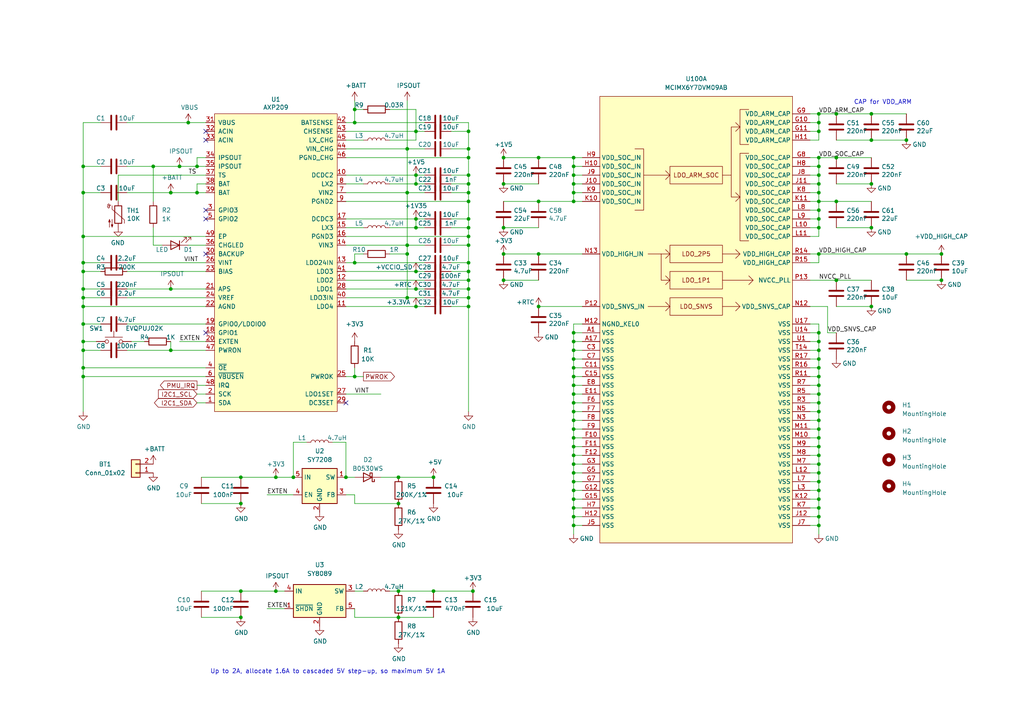
<source format=kicad_sch>
(kicad_sch (version 20210621) (generator eeschema)
  (paper "A4")
  (title_block (title "NekoInk Mainboard") (date "2021-09-28") (rev "R0.2") (company "Copyright 2021 Wenting Zhang") (comment 2 "MERCHANTABILITY, SATISFACTORY QUALITY AND FITNESS FOR A PARTICULAR PURPOSE.") (comment 3 "This source is distributed WITHOUT ANY EXPRESS OR IMPLIED WARRANTY, INCLUDING OF") (comment 4 "This source describes Open Hardware and is licensed under the CERN-OHL-P v2."))
  (junction (at 24.13 48.26) (diameter 0.9144))
  (junction (at 24.13 55.88) (diameter 0.9144))
  (junction (at 24.13 68.58) (diameter 0.9144))
  (junction (at 24.13 76.2) (diameter 0.9144))
  (junction (at 24.13 78.74) (diameter 0.9144))
  (junction (at 24.13 83.82) (diameter 0.9144))
  (junction (at 24.13 86.36) (diameter 0.9144))
  (junction (at 24.13 88.9) (diameter 0.9144))
  (junction (at 24.13 93.98) (diameter 0.9144))
  (junction (at 24.13 99.06))
  (junction (at 24.13 101.6) (diameter 0.9144))
  (junction (at 24.13 106.68) (diameter 0.9144))
  (junction (at 24.13 109.22))
  (junction (at 44.45 48.26))
  (junction (at 49.53 55.88) (diameter 0.9144))
  (junction (at 49.53 83.82) (diameter 0.9144))
  (junction (at 49.53 101.6))
  (junction (at 52.07 48.26) (diameter 0.9144))
  (junction (at 54.61 35.56) (diameter 0.9144))
  (junction (at 57.15 48.26) (diameter 0.9144))
  (junction (at 57.15 55.88) (diameter 0.9144))
  (junction (at 69.85 138.43) (diameter 0.9144))
  (junction (at 69.85 146.05) (diameter 0.9144))
  (junction (at 69.85 171.45) (diameter 0.9144))
  (junction (at 69.85 179.07) (diameter 0.9144))
  (junction (at 80.01 138.43))
  (junction (at 80.01 171.45) (diameter 0.9144))
  (junction (at 85.09 138.43) (diameter 0.9144))
  (junction (at 100.33 138.43) (diameter 0.9144))
  (junction (at 102.87 31.75) (diameter 0.9144))
  (junction (at 102.87 35.56) (diameter 0.9144))
  (junction (at 102.87 76.2) (diameter 0.9144))
  (junction (at 102.87 109.22))
  (junction (at 115.57 138.43) (diameter 0.9144))
  (junction (at 115.57 146.05) (diameter 0.9144))
  (junction (at 115.57 171.45) (diameter 0.9144))
  (junction (at 115.57 179.07) (diameter 0.9144))
  (junction (at 118.11 43.18) (diameter 0.9144))
  (junction (at 118.11 55.88) (diameter 0.9144))
  (junction (at 118.11 71.12) (diameter 0.9144))
  (junction (at 118.11 73.66) (diameter 0.9144))
  (junction (at 118.11 86.36) (diameter 0.9144))
  (junction (at 120.65 38.1) (diameter 0.9144))
  (junction (at 120.65 50.8) (diameter 0.9144))
  (junction (at 120.65 53.34) (diameter 0.9144))
  (junction (at 120.65 63.5) (diameter 0.9144))
  (junction (at 120.65 66.04) (diameter 0.9144))
  (junction (at 120.65 78.74))
  (junction (at 120.65 83.82) (diameter 0.9144))
  (junction (at 120.65 88.9) (diameter 0.9144))
  (junction (at 125.73 138.43) (diameter 0.9144))
  (junction (at 125.73 171.45))
  (junction (at 135.89 38.1) (diameter 0.9144))
  (junction (at 135.89 43.18) (diameter 0.9144))
  (junction (at 135.89 45.72) (diameter 0.9144))
  (junction (at 135.89 50.8) (diameter 0.9144))
  (junction (at 135.89 53.34) (diameter 0.9144))
  (junction (at 135.89 55.88) (diameter 0.9144))
  (junction (at 135.89 58.42) (diameter 0.9144))
  (junction (at 135.89 63.5) (diameter 0.9144))
  (junction (at 135.89 66.04) (diameter 0.9144))
  (junction (at 135.89 68.58) (diameter 0.9144))
  (junction (at 135.89 71.12) (diameter 0.9144))
  (junction (at 135.89 76.2) (diameter 0.9144))
  (junction (at 135.89 78.74) (diameter 0.9144))
  (junction (at 135.89 81.28) (diameter 0.9144))
  (junction (at 135.89 83.82) (diameter 0.9144))
  (junction (at 135.89 86.36) (diameter 0.9144))
  (junction (at 135.89 88.9) (diameter 0.9144))
  (junction (at 137.16 171.45))
  (junction (at 146.05 45.72) (diameter 0.9144))
  (junction (at 146.05 53.34))
  (junction (at 146.05 66.04) (diameter 0.9144))
  (junction (at 146.05 73.66) (diameter 0.9144))
  (junction (at 146.05 81.28) (diameter 0.9144))
  (junction (at 156.21 45.72) (diameter 0.9144))
  (junction (at 156.21 58.42))
  (junction (at 156.21 73.66) (diameter 0.9144))
  (junction (at 156.21 88.9) (diameter 0.9144))
  (junction (at 166.37 45.72) (diameter 0.9144))
  (junction (at 166.37 48.26) (diameter 0.9144))
  (junction (at 166.37 50.8) (diameter 0.9144))
  (junction (at 166.37 53.34) (diameter 0.9144))
  (junction (at 166.37 55.88) (diameter 0.9144))
  (junction (at 166.37 58.42))
  (junction (at 166.37 96.52) (diameter 0.9144))
  (junction (at 166.37 99.06) (diameter 0.9144))
  (junction (at 166.37 101.6) (diameter 0.9144))
  (junction (at 166.37 104.14) (diameter 0.9144))
  (junction (at 166.37 106.68) (diameter 0.9144))
  (junction (at 166.37 109.22) (diameter 0.9144))
  (junction (at 166.37 111.76) (diameter 0.9144))
  (junction (at 166.37 114.3) (diameter 0.9144))
  (junction (at 166.37 116.84) (diameter 0.9144))
  (junction (at 166.37 119.38) (diameter 0.9144))
  (junction (at 166.37 121.92) (diameter 0.9144))
  (junction (at 166.37 124.46) (diameter 0.9144))
  (junction (at 166.37 127) (diameter 0.9144))
  (junction (at 166.37 129.54) (diameter 0.9144))
  (junction (at 166.37 132.08) (diameter 0.9144))
  (junction (at 166.37 134.62) (diameter 0.9144))
  (junction (at 166.37 137.16) (diameter 0.9144))
  (junction (at 166.37 139.7) (diameter 0.9144))
  (junction (at 166.37 142.24) (diameter 0.9144))
  (junction (at 166.37 144.78) (diameter 0.9144))
  (junction (at 166.37 147.32) (diameter 0.9144))
  (junction (at 166.37 149.86) (diameter 0.9144))
  (junction (at 166.37 152.4) (diameter 0.9144))
  (junction (at 237.49 33.02) (diameter 0.9144))
  (junction (at 237.49 35.56) (diameter 0.9144))
  (junction (at 237.49 38.1) (diameter 0.9144))
  (junction (at 237.49 45.72) (diameter 0.9144))
  (junction (at 237.49 48.26) (diameter 0.9144))
  (junction (at 237.49 50.8) (diameter 0.9144))
  (junction (at 237.49 53.34) (diameter 0.9144))
  (junction (at 237.49 55.88) (diameter 0.9144))
  (junction (at 237.49 58.42) (diameter 0.9144))
  (junction (at 237.49 60.96) (diameter 0.9144))
  (junction (at 237.49 63.5) (diameter 0.9144))
  (junction (at 237.49 66.04) (diameter 0.9144))
  (junction (at 237.49 73.66) (diameter 0.9144))
  (junction (at 237.49 96.52) (diameter 0.9144))
  (junction (at 237.49 99.06) (diameter 0.9144))
  (junction (at 237.49 101.6) (diameter 0.9144))
  (junction (at 237.49 104.14) (diameter 0.9144))
  (junction (at 237.49 106.68) (diameter 0.9144))
  (junction (at 237.49 109.22) (diameter 0.9144))
  (junction (at 237.49 111.76) (diameter 0.9144))
  (junction (at 237.49 114.3) (diameter 0.9144))
  (junction (at 237.49 116.84) (diameter 0.9144))
  (junction (at 237.49 119.38) (diameter 0.9144))
  (junction (at 237.49 121.92) (diameter 0.9144))
  (junction (at 237.49 124.46) (diameter 0.9144))
  (junction (at 237.49 127) (diameter 0.9144))
  (junction (at 237.49 129.54) (diameter 0.9144))
  (junction (at 237.49 132.08) (diameter 0.9144))
  (junction (at 237.49 134.62) (diameter 0.9144))
  (junction (at 237.49 137.16) (diameter 0.9144))
  (junction (at 237.49 139.7) (diameter 0.9144))
  (junction (at 237.49 142.24) (diameter 0.9144))
  (junction (at 237.49 144.78) (diameter 0.9144))
  (junction (at 237.49 147.32) (diameter 0.9144))
  (junction (at 237.49 149.86) (diameter 0.9144))
  (junction (at 237.49 152.4) (diameter 0.9144))
  (junction (at 242.57 33.02) (diameter 0.9144))
  (junction (at 242.57 45.72) (diameter 0.9144))
  (junction (at 242.57 58.42))
  (junction (at 242.57 81.28))
  (junction (at 252.73 33.02) (diameter 0.9144))
  (junction (at 252.73 40.64) (diameter 0.9144))
  (junction (at 252.73 53.34) (diameter 0.9144))
  (junction (at 252.73 66.04) (diameter 0.9144))
  (junction (at 252.73 88.9) (diameter 0.9144))
  (junction (at 262.89 40.64) (diameter 0.9144))
  (junction (at 262.89 73.66) (diameter 0.9144))
  (junction (at 273.05 73.66) (diameter 0.9144))
  (junction (at 273.05 81.28) (diameter 0.9144))
  (no_connect (at 59.69 38.1))
  (no_connect (at 59.69 40.64))
  (no_connect (at 59.69 60.96))
  (no_connect (at 59.69 63.5))
  (no_connect (at 59.69 73.66))
  (no_connect (at 59.69 96.52))
  (no_connect (at 100.33 116.84))
  (wire (pts (xy 24.13 35.56) (xy 24.13 48.26)))
  (wire (pts (xy 24.13 48.26) (xy 24.13 55.88)))
  (wire (pts (xy 24.13 55.88) (xy 24.13 68.58)))
  (wire (pts (xy 24.13 68.58) (xy 24.13 76.2)))
  (wire (pts (xy 24.13 76.2) (xy 24.13 78.74)))
  (wire (pts (xy 24.13 78.74) (xy 24.13 83.82)))
  (wire (pts (xy 24.13 83.82) (xy 24.13 86.36)))
  (wire (pts (xy 24.13 86.36) (xy 24.13 88.9)))
  (wire (pts (xy 24.13 88.9) (xy 24.13 93.98)))
  (wire (pts (xy 24.13 88.9) (xy 59.69 88.9)))
  (wire (pts (xy 24.13 93.98) (xy 24.13 99.06)))
  (wire (pts (xy 24.13 99.06) (xy 24.13 101.6)))
  (wire (pts (xy 24.13 99.06) (xy 27.94 99.06)))
  (wire (pts (xy 24.13 101.6) (xy 24.13 106.68)))
  (wire (pts (xy 24.13 106.68) (xy 24.13 109.22)))
  (wire (pts (xy 24.13 109.22) (xy 24.13 119.38)))
  (wire (pts (xy 24.13 109.22) (xy 59.69 109.22)))
  (wire (pts (xy 29.21 35.56) (xy 24.13 35.56)))
  (wire (pts (xy 29.21 48.26) (xy 24.13 48.26)))
  (wire (pts (xy 29.21 55.88) (xy 24.13 55.88)))
  (wire (pts (xy 29.21 76.2) (xy 24.13 76.2)))
  (wire (pts (xy 29.21 78.74) (xy 24.13 78.74)))
  (wire (pts (xy 29.21 83.82) (xy 24.13 83.82)))
  (wire (pts (xy 29.21 86.36) (xy 24.13 86.36)))
  (wire (pts (xy 29.21 93.98) (xy 24.13 93.98)))
  (wire (pts (xy 29.21 101.6) (xy 24.13 101.6)))
  (wire (pts (xy 34.29 50.8) (xy 34.29 58.42)))
  (wire (pts (xy 36.83 35.56) (xy 54.61 35.56)))
  (wire (pts (xy 36.83 48.26) (xy 44.45 48.26)))
  (wire (pts (xy 36.83 76.2) (xy 59.69 76.2)))
  (wire (pts (xy 36.83 83.82) (xy 49.53 83.82)))
  (wire (pts (xy 36.83 86.36) (xy 59.69 86.36)))
  (wire (pts (xy 36.83 101.6) (xy 49.53 101.6)))
  (wire (pts (xy 38.1 99.06) (xy 41.91 99.06)))
  (wire (pts (xy 44.45 48.26) (xy 44.45 58.42)))
  (wire (pts (xy 44.45 48.26) (xy 52.07 48.26)))
  (wire (pts (xy 44.45 66.04) (xy 44.45 71.12)))
  (wire (pts (xy 44.45 71.12) (xy 46.99 71.12)))
  (wire (pts (xy 49.53 55.88) (xy 36.83 55.88)))
  (wire (pts (xy 49.53 83.82) (xy 59.69 83.82)))
  (wire (pts (xy 49.53 99.06) (xy 49.53 101.6)))
  (wire (pts (xy 49.53 101.6) (xy 59.69 101.6)))
  (wire (pts (xy 52.07 48.26) (xy 57.15 48.26)))
  (wire (pts (xy 52.07 99.06) (xy 59.69 99.06)))
  (wire (pts (xy 54.61 35.56) (xy 59.69 35.56)))
  (wire (pts (xy 54.61 71.12) (xy 59.69 71.12)))
  (wire (pts (xy 57.15 45.72) (xy 57.15 48.26)))
  (wire (pts (xy 57.15 48.26) (xy 59.69 48.26)))
  (wire (pts (xy 57.15 53.34) (xy 57.15 55.88)))
  (wire (pts (xy 57.15 55.88) (xy 49.53 55.88)))
  (wire (pts (xy 58.42 138.43) (xy 69.85 138.43)))
  (wire (pts (xy 58.42 146.05) (xy 69.85 146.05)))
  (wire (pts (xy 58.42 171.45) (xy 69.85 171.45)))
  (wire (pts (xy 58.42 179.07) (xy 69.85 179.07)))
  (wire (pts (xy 59.69 45.72) (xy 57.15 45.72)))
  (wire (pts (xy 59.69 50.8) (xy 34.29 50.8)))
  (wire (pts (xy 59.69 53.34) (xy 57.15 53.34)))
  (wire (pts (xy 59.69 55.88) (xy 57.15 55.88)))
  (wire (pts (xy 59.69 68.58) (xy 24.13 68.58)))
  (wire (pts (xy 59.69 78.74) (xy 36.83 78.74)))
  (wire (pts (xy 59.69 93.98) (xy 36.83 93.98)))
  (wire (pts (xy 59.69 106.68) (xy 24.13 106.68)))
  (wire (pts (xy 59.69 111.76) (xy 57.15 111.76)))
  (wire (pts (xy 59.69 114.3) (xy 57.15 114.3)))
  (wire (pts (xy 59.69 116.84) (xy 57.15 116.84)))
  (wire (pts (xy 69.85 138.43) (xy 80.01 138.43)))
  (wire (pts (xy 69.85 171.45) (xy 80.01 171.45)))
  (wire (pts (xy 77.47 143.51) (xy 85.09 143.51)))
  (wire (pts (xy 77.47 176.53) (xy 82.55 176.53)))
  (wire (pts (xy 80.01 138.43) (xy 85.09 138.43)))
  (wire (pts (xy 80.01 171.45) (xy 82.55 171.45)))
  (wire (pts (xy 85.09 128.27) (xy 85.09 138.43)))
  (wire (pts (xy 88.9 128.27) (xy 85.09 128.27)))
  (wire (pts (xy 96.52 128.27) (xy 100.33 128.27)))
  (wire (pts (xy 100.33 35.56) (xy 102.87 35.56)))
  (wire (pts (xy 100.33 38.1) (xy 120.65 38.1)))
  (wire (pts (xy 100.33 43.18) (xy 118.11 43.18)))
  (wire (pts (xy 100.33 45.72) (xy 135.89 45.72)))
  (wire (pts (xy 100.33 50.8) (xy 120.65 50.8)))
  (wire (pts (xy 100.33 53.34) (xy 105.41 53.34)))
  (wire (pts (xy 100.33 58.42) (xy 135.89 58.42)))
  (wire (pts (xy 100.33 63.5) (xy 120.65 63.5)))
  (wire (pts (xy 100.33 66.04) (xy 105.41 66.04)))
  (wire (pts (xy 100.33 68.58) (xy 135.89 68.58)))
  (wire (pts (xy 100.33 71.12) (xy 118.11 71.12)))
  (wire (pts (xy 100.33 78.74) (xy 120.65 78.74)))
  (wire (pts (xy 100.33 81.28) (xy 123.19 81.28)))
  (wire (pts (xy 100.33 83.82) (xy 120.65 83.82)))
  (wire (pts (xy 100.33 86.36) (xy 118.11 86.36)))
  (wire (pts (xy 100.33 88.9) (xy 120.65 88.9)))
  (wire (pts (xy 100.33 109.22) (xy 102.87 109.22)))
  (wire (pts (xy 100.33 114.3) (xy 110.49 114.3)))
  (wire (pts (xy 100.33 128.27) (xy 100.33 138.43)))
  (wire (pts (xy 100.33 138.43) (xy 102.87 138.43)))
  (wire (pts (xy 100.33 143.51) (xy 102.87 143.51)))
  (wire (pts (xy 102.87 29.21) (xy 102.87 31.75)))
  (wire (pts (xy 102.87 31.75) (xy 102.87 35.56)))
  (wire (pts (xy 102.87 35.56) (xy 123.19 35.56)))
  (wire (pts (xy 102.87 73.66) (xy 102.87 76.2)))
  (wire (pts (xy 102.87 76.2) (xy 100.33 76.2)))
  (wire (pts (xy 102.87 76.2) (xy 123.19 76.2)))
  (wire (pts (xy 102.87 106.68) (xy 102.87 109.22)))
  (wire (pts (xy 102.87 109.22) (xy 105.41 109.22)))
  (wire (pts (xy 102.87 146.05) (xy 102.87 143.51)))
  (wire (pts (xy 102.87 179.07) (xy 102.87 176.53)))
  (wire (pts (xy 105.41 31.75) (xy 102.87 31.75)))
  (wire (pts (xy 105.41 40.64) (xy 100.33 40.64)))
  (wire (pts (xy 105.41 73.66) (xy 102.87 73.66)))
  (wire (pts (xy 105.41 171.45) (xy 102.87 171.45)))
  (wire (pts (xy 110.49 138.43) (xy 115.57 138.43)))
  (wire (pts (xy 113.03 31.75) (xy 120.65 31.75)))
  (wire (pts (xy 113.03 53.34) (xy 120.65 53.34)))
  (wire (pts (xy 113.03 66.04) (xy 120.65 66.04)))
  (wire (pts (xy 113.03 73.66) (xy 118.11 73.66)))
  (wire (pts (xy 115.57 138.43) (xy 125.73 138.43)))
  (wire (pts (xy 115.57 146.05) (xy 102.87 146.05)))
  (wire (pts (xy 115.57 171.45) (xy 113.03 171.45)))
  (wire (pts (xy 115.57 171.45) (xy 125.73 171.45)))
  (wire (pts (xy 115.57 179.07) (xy 102.87 179.07)))
  (wire (pts (xy 115.57 179.07) (xy 125.73 179.07)))
  (wire (pts (xy 118.11 29.21) (xy 118.11 43.18)))
  (wire (pts (xy 118.11 43.18) (xy 118.11 55.88)))
  (wire (pts (xy 118.11 43.18) (xy 123.19 43.18)))
  (wire (pts (xy 118.11 55.88) (xy 100.33 55.88)))
  (wire (pts (xy 118.11 55.88) (xy 118.11 71.12)))
  (wire (pts (xy 118.11 71.12) (xy 123.19 71.12)))
  (wire (pts (xy 118.11 73.66) (xy 118.11 71.12)))
  (wire (pts (xy 118.11 73.66) (xy 118.11 86.36)))
  (wire (pts (xy 118.11 86.36) (xy 123.19 86.36)))
  (wire (pts (xy 120.65 31.75) (xy 120.65 38.1)))
  (wire (pts (xy 120.65 38.1) (xy 123.19 38.1)))
  (wire (pts (xy 120.65 40.64) (xy 113.03 40.64)))
  (wire (pts (xy 120.65 40.64) (xy 120.65 38.1)))
  (wire (pts (xy 120.65 50.8) (xy 123.19 50.8)))
  (wire (pts (xy 120.65 53.34) (xy 120.65 50.8)))
  (wire (pts (xy 120.65 53.34) (xy 123.19 53.34)))
  (wire (pts (xy 120.65 63.5) (xy 123.19 63.5)))
  (wire (pts (xy 120.65 66.04) (xy 120.65 63.5)))
  (wire (pts (xy 120.65 66.04) (xy 123.19 66.04)))
  (wire (pts (xy 120.65 78.74) (xy 123.19 78.74)))
  (wire (pts (xy 120.65 83.82) (xy 123.19 83.82)))
  (wire (pts (xy 120.65 88.9) (xy 123.19 88.9)))
  (wire (pts (xy 123.19 55.88) (xy 118.11 55.88)))
  (wire (pts (xy 125.73 171.45) (xy 137.16 171.45)))
  (wire (pts (xy 130.81 35.56) (xy 135.89 35.56)))
  (wire (pts (xy 130.81 38.1) (xy 135.89 38.1)))
  (wire (pts (xy 130.81 43.18) (xy 135.89 43.18)))
  (wire (pts (xy 130.81 50.8) (xy 135.89 50.8)))
  (wire (pts (xy 130.81 53.34) (xy 135.89 53.34)))
  (wire (pts (xy 130.81 55.88) (xy 135.89 55.88)))
  (wire (pts (xy 130.81 63.5) (xy 135.89 63.5)))
  (wire (pts (xy 130.81 66.04) (xy 135.89 66.04)))
  (wire (pts (xy 130.81 71.12) (xy 135.89 71.12)))
  (wire (pts (xy 130.81 76.2) (xy 135.89 76.2)))
  (wire (pts (xy 130.81 78.74) (xy 135.89 78.74)))
  (wire (pts (xy 130.81 81.28) (xy 135.89 81.28)))
  (wire (pts (xy 130.81 83.82) (xy 135.89 83.82)))
  (wire (pts (xy 130.81 86.36) (xy 135.89 86.36)))
  (wire (pts (xy 130.81 88.9) (xy 135.89 88.9)))
  (wire (pts (xy 135.89 35.56) (xy 135.89 38.1)))
  (wire (pts (xy 135.89 38.1) (xy 135.89 43.18)))
  (wire (pts (xy 135.89 43.18) (xy 135.89 45.72)))
  (wire (pts (xy 135.89 45.72) (xy 135.89 50.8)))
  (wire (pts (xy 135.89 50.8) (xy 135.89 53.34)))
  (wire (pts (xy 135.89 53.34) (xy 135.89 55.88)))
  (wire (pts (xy 135.89 55.88) (xy 135.89 58.42)))
  (wire (pts (xy 135.89 58.42) (xy 135.89 63.5)))
  (wire (pts (xy 135.89 63.5) (xy 135.89 66.04)))
  (wire (pts (xy 135.89 66.04) (xy 135.89 68.58)))
  (wire (pts (xy 135.89 68.58) (xy 135.89 71.12)))
  (wire (pts (xy 135.89 71.12) (xy 135.89 76.2)))
  (wire (pts (xy 135.89 76.2) (xy 135.89 78.74)))
  (wire (pts (xy 135.89 78.74) (xy 135.89 81.28)))
  (wire (pts (xy 135.89 81.28) (xy 135.89 83.82)))
  (wire (pts (xy 135.89 83.82) (xy 135.89 86.36)))
  (wire (pts (xy 135.89 86.36) (xy 135.89 88.9)))
  (wire (pts (xy 135.89 88.9) (xy 135.89 119.38)))
  (wire (pts (xy 146.05 45.72) (xy 156.21 45.72)))
  (wire (pts (xy 146.05 53.34) (xy 156.21 53.34)))
  (wire (pts (xy 146.05 58.42) (xy 156.21 58.42)))
  (wire (pts (xy 146.05 73.66) (xy 156.21 73.66)))
  (wire (pts (xy 146.05 81.28) (xy 156.21 81.28)))
  (wire (pts (xy 156.21 45.72) (xy 166.37 45.72)))
  (wire (pts (xy 156.21 58.42) (xy 166.37 58.42)))
  (wire (pts (xy 156.21 66.04) (xy 146.05 66.04)))
  (wire (pts (xy 156.21 73.66) (xy 168.91 73.66)))
  (wire (pts (xy 156.21 88.9) (xy 168.91 88.9)))
  (wire (pts (xy 166.37 45.72) (xy 166.37 48.26)))
  (wire (pts (xy 166.37 45.72) (xy 168.91 45.72)))
  (wire (pts (xy 166.37 48.26) (xy 166.37 50.8)))
  (wire (pts (xy 166.37 48.26) (xy 168.91 48.26)))
  (wire (pts (xy 166.37 50.8) (xy 166.37 53.34)))
  (wire (pts (xy 166.37 50.8) (xy 168.91 50.8)))
  (wire (pts (xy 166.37 53.34) (xy 166.37 55.88)))
  (wire (pts (xy 166.37 53.34) (xy 168.91 53.34)))
  (wire (pts (xy 166.37 55.88) (xy 166.37 58.42)))
  (wire (pts (xy 166.37 55.88) (xy 168.91 55.88)))
  (wire (pts (xy 166.37 93.98) (xy 166.37 96.52)))
  (wire (pts (xy 166.37 96.52) (xy 166.37 99.06)))
  (wire (pts (xy 166.37 96.52) (xy 168.91 96.52)))
  (wire (pts (xy 166.37 99.06) (xy 166.37 101.6)))
  (wire (pts (xy 166.37 99.06) (xy 168.91 99.06)))
  (wire (pts (xy 166.37 101.6) (xy 166.37 104.14)))
  (wire (pts (xy 166.37 101.6) (xy 168.91 101.6)))
  (wire (pts (xy 166.37 104.14) (xy 166.37 106.68)))
  (wire (pts (xy 166.37 104.14) (xy 168.91 104.14)))
  (wire (pts (xy 166.37 106.68) (xy 166.37 109.22)))
  (wire (pts (xy 166.37 106.68) (xy 168.91 106.68)))
  (wire (pts (xy 166.37 109.22) (xy 166.37 111.76)))
  (wire (pts (xy 166.37 109.22) (xy 168.91 109.22)))
  (wire (pts (xy 166.37 111.76) (xy 166.37 114.3)))
  (wire (pts (xy 166.37 111.76) (xy 168.91 111.76)))
  (wire (pts (xy 166.37 114.3) (xy 166.37 116.84)))
  (wire (pts (xy 166.37 114.3) (xy 168.91 114.3)))
  (wire (pts (xy 166.37 116.84) (xy 166.37 119.38)))
  (wire (pts (xy 166.37 116.84) (xy 168.91 116.84)))
  (wire (pts (xy 166.37 119.38) (xy 166.37 121.92)))
  (wire (pts (xy 166.37 119.38) (xy 168.91 119.38)))
  (wire (pts (xy 166.37 121.92) (xy 166.37 124.46)))
  (wire (pts (xy 166.37 121.92) (xy 168.91 121.92)))
  (wire (pts (xy 166.37 124.46) (xy 166.37 127)))
  (wire (pts (xy 166.37 124.46) (xy 168.91 124.46)))
  (wire (pts (xy 166.37 127) (xy 166.37 129.54)))
  (wire (pts (xy 166.37 127) (xy 168.91 127)))
  (wire (pts (xy 166.37 129.54) (xy 166.37 132.08)))
  (wire (pts (xy 166.37 129.54) (xy 168.91 129.54)))
  (wire (pts (xy 166.37 132.08) (xy 166.37 134.62)))
  (wire (pts (xy 166.37 132.08) (xy 168.91 132.08)))
  (wire (pts (xy 166.37 134.62) (xy 166.37 137.16)))
  (wire (pts (xy 166.37 134.62) (xy 168.91 134.62)))
  (wire (pts (xy 166.37 137.16) (xy 166.37 139.7)))
  (wire (pts (xy 166.37 137.16) (xy 168.91 137.16)))
  (wire (pts (xy 166.37 139.7) (xy 166.37 142.24)))
  (wire (pts (xy 166.37 139.7) (xy 168.91 139.7)))
  (wire (pts (xy 166.37 142.24) (xy 166.37 144.78)))
  (wire (pts (xy 166.37 142.24) (xy 168.91 142.24)))
  (wire (pts (xy 166.37 144.78) (xy 166.37 147.32)))
  (wire (pts (xy 166.37 144.78) (xy 168.91 144.78)))
  (wire (pts (xy 166.37 147.32) (xy 166.37 149.86)))
  (wire (pts (xy 166.37 147.32) (xy 168.91 147.32)))
  (wire (pts (xy 166.37 149.86) (xy 166.37 152.4)))
  (wire (pts (xy 166.37 149.86) (xy 168.91 149.86)))
  (wire (pts (xy 166.37 152.4) (xy 166.37 154.94)))
  (wire (pts (xy 166.37 152.4) (xy 168.91 152.4)))
  (wire (pts (xy 168.91 58.42) (xy 166.37 58.42)))
  (wire (pts (xy 168.91 93.98) (xy 166.37 93.98)))
  (wire (pts (xy 234.95 33.02) (xy 237.49 33.02)))
  (wire (pts (xy 234.95 35.56) (xy 237.49 35.56)))
  (wire (pts (xy 234.95 38.1) (xy 237.49 38.1)))
  (wire (pts (xy 234.95 40.64) (xy 237.49 40.64)))
  (wire (pts (xy 234.95 45.72) (xy 237.49 45.72)))
  (wire (pts (xy 234.95 48.26) (xy 237.49 48.26)))
  (wire (pts (xy 234.95 50.8) (xy 237.49 50.8)))
  (wire (pts (xy 234.95 53.34) (xy 237.49 53.34)))
  (wire (pts (xy 234.95 55.88) (xy 237.49 55.88)))
  (wire (pts (xy 234.95 58.42) (xy 237.49 58.42)))
  (wire (pts (xy 234.95 60.96) (xy 237.49 60.96)))
  (wire (pts (xy 234.95 63.5) (xy 237.49 63.5)))
  (wire (pts (xy 234.95 66.04) (xy 237.49 66.04)))
  (wire (pts (xy 234.95 68.58) (xy 237.49 68.58)))
  (wire (pts (xy 234.95 73.66) (xy 237.49 73.66)))
  (wire (pts (xy 234.95 76.2) (xy 237.49 76.2)))
  (wire (pts (xy 234.95 81.28) (xy 242.57 81.28)))
  (wire (pts (xy 234.95 88.9) (xy 240.03 88.9)))
  (wire (pts (xy 234.95 93.98) (xy 237.49 93.98)))
  (wire (pts (xy 234.95 96.52) (xy 237.49 96.52)))
  (wire (pts (xy 234.95 99.06) (xy 237.49 99.06)))
  (wire (pts (xy 234.95 101.6) (xy 237.49 101.6)))
  (wire (pts (xy 234.95 104.14) (xy 237.49 104.14)))
  (wire (pts (xy 234.95 106.68) (xy 237.49 106.68)))
  (wire (pts (xy 234.95 109.22) (xy 237.49 109.22)))
  (wire (pts (xy 234.95 111.76) (xy 237.49 111.76)))
  (wire (pts (xy 234.95 114.3) (xy 237.49 114.3)))
  (wire (pts (xy 234.95 116.84) (xy 237.49 116.84)))
  (wire (pts (xy 234.95 119.38) (xy 237.49 119.38)))
  (wire (pts (xy 234.95 121.92) (xy 237.49 121.92)))
  (wire (pts (xy 234.95 124.46) (xy 237.49 124.46)))
  (wire (pts (xy 234.95 127) (xy 237.49 127)))
  (wire (pts (xy 234.95 129.54) (xy 237.49 129.54)))
  (wire (pts (xy 234.95 132.08) (xy 237.49 132.08)))
  (wire (pts (xy 234.95 134.62) (xy 237.49 134.62)))
  (wire (pts (xy 234.95 137.16) (xy 237.49 137.16)))
  (wire (pts (xy 234.95 139.7) (xy 237.49 139.7)))
  (wire (pts (xy 234.95 142.24) (xy 237.49 142.24)))
  (wire (pts (xy 234.95 144.78) (xy 237.49 144.78)))
  (wire (pts (xy 234.95 147.32) (xy 237.49 147.32)))
  (wire (pts (xy 234.95 149.86) (xy 237.49 149.86)))
  (wire (pts (xy 234.95 152.4) (xy 237.49 152.4)))
  (wire (pts (xy 237.49 33.02) (xy 237.49 35.56)))
  (wire (pts (xy 237.49 33.02) (xy 242.57 33.02)))
  (wire (pts (xy 237.49 35.56) (xy 237.49 38.1)))
  (wire (pts (xy 237.49 38.1) (xy 237.49 40.64)))
  (wire (pts (xy 237.49 45.72) (xy 242.57 45.72)))
  (wire (pts (xy 237.49 48.26) (xy 237.49 45.72)))
  (wire (pts (xy 237.49 50.8) (xy 237.49 48.26)))
  (wire (pts (xy 237.49 53.34) (xy 237.49 50.8)))
  (wire (pts (xy 237.49 55.88) (xy 237.49 53.34)))
  (wire (pts (xy 237.49 58.42) (xy 237.49 55.88)))
  (wire (pts (xy 237.49 58.42) (xy 242.57 58.42)))
  (wire (pts (xy 237.49 60.96) (xy 237.49 58.42)))
  (wire (pts (xy 237.49 63.5) (xy 237.49 60.96)))
  (wire (pts (xy 237.49 66.04) (xy 237.49 63.5)))
  (wire (pts (xy 237.49 68.58) (xy 237.49 66.04)))
  (wire (pts (xy 237.49 73.66) (xy 262.89 73.66)))
  (wire (pts (xy 237.49 76.2) (xy 237.49 73.66)))
  (wire (pts (xy 237.49 93.98) (xy 237.49 96.52)))
  (wire (pts (xy 237.49 96.52) (xy 237.49 99.06)))
  (wire (pts (xy 237.49 99.06) (xy 237.49 101.6)))
  (wire (pts (xy 237.49 101.6) (xy 237.49 104.14)))
  (wire (pts (xy 237.49 104.14) (xy 237.49 106.68)))
  (wire (pts (xy 237.49 106.68) (xy 237.49 109.22)))
  (wire (pts (xy 237.49 109.22) (xy 237.49 111.76)))
  (wire (pts (xy 237.49 111.76) (xy 237.49 114.3)))
  (wire (pts (xy 237.49 114.3) (xy 237.49 116.84)))
  (wire (pts (xy 237.49 116.84) (xy 237.49 119.38)))
  (wire (pts (xy 237.49 119.38) (xy 237.49 121.92)))
  (wire (pts (xy 237.49 121.92) (xy 237.49 124.46)))
  (wire (pts (xy 237.49 124.46) (xy 237.49 127)))
  (wire (pts (xy 237.49 127) (xy 237.49 129.54)))
  (wire (pts (xy 237.49 129.54) (xy 237.49 132.08)))
  (wire (pts (xy 237.49 132.08) (xy 237.49 134.62)))
  (wire (pts (xy 237.49 134.62) (xy 237.49 137.16)))
  (wire (pts (xy 237.49 137.16) (xy 237.49 139.7)))
  (wire (pts (xy 237.49 139.7) (xy 237.49 142.24)))
  (wire (pts (xy 237.49 142.24) (xy 237.49 144.78)))
  (wire (pts (xy 237.49 144.78) (xy 237.49 147.32)))
  (wire (pts (xy 237.49 147.32) (xy 237.49 149.86)))
  (wire (pts (xy 237.49 149.86) (xy 237.49 152.4)))
  (wire (pts (xy 237.49 152.4) (xy 237.49 154.94)))
  (wire (pts (xy 240.03 88.9) (xy 240.03 96.52)))
  (wire (pts (xy 242.57 33.02) (xy 252.73 33.02)))
  (wire (pts (xy 242.57 58.42) (xy 252.73 58.42)))
  (wire (pts (xy 242.57 81.28) (xy 252.73 81.28)))
  (wire (pts (xy 242.57 88.9) (xy 252.73 88.9)))
  (wire (pts (xy 242.57 96.52) (xy 240.03 96.52)))
  (wire (pts (xy 252.73 33.02) (xy 262.89 33.02)))
  (wire (pts (xy 252.73 40.64) (xy 242.57 40.64)))
  (wire (pts (xy 252.73 45.72) (xy 242.57 45.72)))
  (wire (pts (xy 252.73 53.34) (xy 242.57 53.34)))
  (wire (pts (xy 252.73 66.04) (xy 242.57 66.04)))
  (wire (pts (xy 262.89 40.64) (xy 252.73 40.64)))
  (wire (pts (xy 262.89 73.66) (xy 273.05 73.66)))
  (wire (pts (xy 262.89 81.28) (xy 273.05 81.28)))
  (text "Up to 2A, allocate 1.6A to cascaded 5V step-up, so maximum 5V 1A" (at 60.96 195.58 0) (effects (font (size 1.27 1.27)) (justify left bottom)))
  (text "CAP for VDD_ARM" (at 247.65 30.48 0) (effects (font (size 1.27 1.27)) (justify left bottom)))
  (label "EXTEN" (at 52.07 99.06 0))
  (label "VINT" (at 53.34 76.2 0))
  (label "TS" (at 54.61 50.8 0))
  (label "EXTEN" (at 77.47 143.51 0))
  (label "EXTEN" (at 77.47 176.53 0))
  (label "VINT" (at 102.87 114.3 0))
  (label "VDD_ARM_CAP" (at 237.49 33.02 0))
  (label "VDD_SOC_CAP" (at 237.49 45.72 0))
  (label "VDD_HIGH_CAP" (at 237.49 73.66 0))
  (label "NVCC_PLL" (at 237.49 81.28 0))
  (label "VDD_SNVS_CAP" (at 240.03 96.52 0))
  (global_label "PMU_IRQ" (shape output) (at 57.15 111.76 180) (property "Intersheet References" "${INTERSHEET_REFS}" (effects hide)))
  (global_label "I2C1_SCL" (shape input) (at 57.15 114.3 180) (property "Intersheet References" "${INTERSHEET_REFS}" (effects hide)))
  (global_label "I2C1_SDA" (shape bidirectional) (at 57.15 116.84 180) (property "Intersheet References" "${INTERSHEET_REFS}" (effects hide)))
  (global_label "PWROK" (shape output) (at 105.41 109.22 0) (property "Intersheet References" "${INTERSHEET_REFS}" (effects hide)))
  (symbol (lib_id "power:+BATT") (at 44.45 134.62 0) (unit 1)
    (property "Reference" "#PWR01" (effects hide))
    (property "Value" "+BATT" (at 44.831 130.2258 0))
  )
  (symbol (lib_id "power:+BATT") (at 49.53 55.88 0) (unit 1)
    (property "Reference" "#PWR05" (effects hide))
    (property "Value" "+BATT" (at 49.911 51.4858 0))
  )
  (symbol (lib_id "symbols:IPSOUT") (at 49.53 83.82 0) (unit 1)
    (property "Reference" "#PWR06" (effects hide))
    (property "Value" "IPSOUT" (at 49.9618 79.4258 0))
  )
  (symbol (lib_id "symbols:IPSOUT") (at 52.07 48.26 0) (unit 1)
    (property "Reference" "#PWR07" (effects hide))
    (property "Value" "IPSOUT" (at 52.5018 43.8658 0))
  )
  (symbol (lib_id "power:VBUS") (at 54.61 35.56 0) (unit 1)
    (property "Reference" "#PWR08" (effects hide))
    (property "Value" "VBUS" (at 54.991 31.1658 0))
  )
  (symbol (lib_id "power:+3V3") (at 80.01 138.43 0) (unit 1)
    (property "Reference" "#PWR011" (effects hide))
    (property "Value" "+3V3" (at 80.01 134.62 0))
  )
  (symbol (lib_id "symbols:IPSOUT") (at 80.01 171.45 0) (unit 1)
    (property "Reference" "#PWR012" (effects hide))
    (property "Value" "IPSOUT" (at 80.4418 167.0558 0))
  )
  (symbol (lib_id "power:+BATT") (at 102.87 29.21 0) (unit 1)
    (property "Reference" "#PWR015" (effects hide))
    (property "Value" "+BATT" (at 103.251 24.8158 0))
  )
  (symbol (lib_id "power:+3V3") (at 102.87 99.06 0) (unit 1)
    (property "Reference" "#PWR039" (effects hide))
    (property "Value" "+3V3" (at 102.87 93.98 0))
  )
  (symbol (lib_id "symbols:IPSOUT") (at 118.11 29.21 0) (unit 1)
    (property "Reference" "#PWR022" (effects hide))
    (property "Value" "IPSOUT" (at 118.5418 24.8158 0))
  )
  (symbol (lib_id "power:+1V5") (at 120.65 50.8 0) (unit 1)
    (property "Reference" "#PWR023" (effects hide))
    (property "Value" "+1V5" (at 120.65 46.99 0))
  )
  (symbol (lib_id "power:+1V35") (at 120.65 63.5 0) (unit 1)
    (property "Reference" "#PWR024" (effects hide))
    (property "Value" "+1V35" (at 120.65 59.69 0))
  )
  (symbol (lib_id "symbols:+VCCIO_SD") (at 120.65 78.74 0) (unit 1)
    (property "Reference" "#PWR040" (effects hide))
    (property "Value" "+VCCIO_SD" (at 114.3 77.47 0))
  )
  (symbol (lib_id "symbols:+RTC") (at 120.65 83.82 0) (unit 1)
    (property "Reference" "#PWR025" (effects hide))
    (property "Value" "+RTC" (at 116.84 82.55 0))
  )
  (symbol (lib_id "power:+3.3VA") (at 120.65 88.9 0) (unit 1)
    (property "Reference" "#PWR026" (effects hide))
    (property "Value" "+3.3VA" (at 115.57 87.63 0))
  )
  (symbol (lib_id "power:+5V") (at 125.73 138.43 0) (unit 1)
    (property "Reference" "#PWR018" (effects hide))
    (property "Value" "+5V" (at 126.111 134.0358 0))
  )
  (symbol (lib_id "power:+3V3") (at 137.16 171.45 0) (unit 1)
    (property "Reference" "#PWR020" (effects hide))
    (property "Value" "+3V3" (at 137.16 167.64 0))
  )
  (symbol (lib_id "power:+1V5") (at 146.05 45.72 0) (unit 1)
    (property "Reference" "#PWR028" (effects hide))
    (property "Value" "+1V5" (at 146.05 41.91 0))
  )
  (symbol (lib_id "power:+3V3") (at 146.05 73.66 0) (unit 1)
    (property "Reference" "#PWR029" (effects hide))
    (property "Value" "+3V3" (at 146.05 69.85 0))
  )
  (symbol (lib_id "symbols:+RTC") (at 156.21 88.9 0) (unit 1)
    (property "Reference" "#PWR031" (effects hide))
    (property "Value" "+RTC" (at 152.4 87.63 0))
  )
  (symbol (lib_id "symbols:+VDD_HIGH_CAP") (at 273.05 73.66 0) (unit 1)
    (property "Reference" "#PWR043" (effects hide))
    (property "Value" "+VDD_HIGH_CAP" (at 273.05 68.58 0))
  )
  (symbol (lib_id "power:GND") (at 24.13 119.38 0) (unit 1)
    (property "Reference" "#PWR04" (effects hide))
    (property "Value" "GND" (at 24.257 123.7742 0))
  )
  (symbol (lib_id "power:GND") (at 34.29 66.04 0) (mirror y) (unit 1)
    (property "Reference" "#PWR03" (effects hide))
    (property "Value" "GND" (at 34.163 70.4342 0))
  )
  (symbol (lib_id "power:GND") (at 44.45 137.16 0) (unit 1)
    (property "Reference" "#PWR02" (effects hide))
    (property "Value" "GND" (at 44.577 141.5542 0))
  )
  (symbol (lib_id "power:GND") (at 69.85 146.05 0) (unit 1)
    (property "Reference" "#PWR09" (effects hide))
    (property "Value" "GND" (at 69.977 150.4442 0))
  )
  (symbol (lib_id "power:GND") (at 69.85 179.07 0) (unit 1)
    (property "Reference" "#PWR010" (effects hide))
    (property "Value" "GND" (at 69.977 183.4642 0))
  )
  (symbol (lib_id "power:GND") (at 92.71 148.59 0) (unit 1)
    (property "Reference" "#PWR013" (effects hide))
    (property "Value" "GND" (at 92.837 152.9842 0))
  )
  (symbol (lib_id "power:GND") (at 92.71 181.61 0) (unit 1)
    (property "Reference" "#PWR014" (effects hide))
    (property "Value" "GND" (at 92.837 186.0042 0))
  )
  (symbol (lib_id "power:GND") (at 115.57 153.67 0) (unit 1)
    (property "Reference" "#PWR016" (effects hide))
    (property "Value" "GND" (at 115.697 158.0642 0))
  )
  (symbol (lib_id "power:GND") (at 115.57 186.69 0) (unit 1)
    (property "Reference" "#PWR017" (effects hide))
    (property "Value" "GND" (at 115.697 191.0842 0))
  )
  (symbol (lib_id "power:GND") (at 125.73 146.05 0) (unit 1)
    (property "Reference" "#PWR019" (effects hide))
    (property "Value" "GND" (at 125.857 150.4442 0))
  )
  (symbol (lib_id "power:GND") (at 135.89 119.38 0) (unit 1)
    (property "Reference" "#PWR027" (effects hide))
    (property "Value" "GND" (at 136.017 123.7742 0))
  )
  (symbol (lib_id "power:GND") (at 137.16 179.07 0) (unit 1)
    (property "Reference" "#PWR021" (effects hide))
    (property "Value" "GND" (at 137.287 183.4642 0))
  )
  (symbol (lib_id "power:GND") (at 146.05 53.34 0) (unit 1)
    (property "Reference" "#PWR041" (effects hide))
    (property "Value" "GND" (at 149.86 54.61 0))
  )
  (symbol (lib_id "power:GND") (at 146.05 66.04 0) (unit 1)
    (property "Reference" "#PWR074" (effects hide))
    (property "Value" "GND" (at 149.86 67.31 0))
  )
  (symbol (lib_id "power:GND") (at 146.05 81.28 0) (unit 1)
    (property "Reference" "#PWR030" (effects hide))
    (property "Value" "GND" (at 149.86 82.55 0))
  )
  (symbol (lib_id "power:GND") (at 156.21 96.52 0) (unit 1)
    (property "Reference" "#PWR032" (effects hide))
    (property "Value" "GND" (at 160.02 97.79 0))
  )
  (symbol (lib_id "power:GND") (at 166.37 154.94 0) (unit 1)
    (property "Reference" "#PWR033" (effects hide))
    (property "Value" "GND" (at 170.18 156.21 0))
  )
  (symbol (lib_id "power:GND") (at 237.49 154.94 0) (unit 1)
    (property "Reference" "#PWR034" (effects hide))
    (property "Value" "GND" (at 241.3 156.21 0))
  )
  (symbol (lib_id "power:GND") (at 242.57 104.14 0) (unit 1)
    (property "Reference" "#PWR035" (effects hide))
    (property "Value" "GND" (at 246.38 105.41 0))
  )
  (symbol (lib_id "power:GND") (at 252.73 53.34 0) (unit 1)
    (property "Reference" "#PWR042" (effects hide))
    (property "Value" "GND" (at 256.54 54.61 0))
  )
  (symbol (lib_id "power:GND") (at 252.73 66.04 0) (unit 1)
    (property "Reference" "#PWR037" (effects hide))
    (property "Value" "GND" (at 256.54 67.31 0))
  )
  (symbol (lib_id "power:GND") (at 252.73 88.9 0) (unit 1)
    (property "Reference" "#PWR036" (effects hide))
    (property "Value" "GND" (at 256.54 90.17 0))
  )
  (symbol (lib_id "power:GND") (at 262.89 40.64 0) (unit 1)
    (property "Reference" "#PWR064" (effects hide))
    (property "Value" "GND" (at 266.7 41.91 0))
  )
  (symbol (lib_id "power:GND") (at 273.05 81.28 0) (unit 1)
    (property "Reference" "#PWR038" (effects hide))
    (property "Value" "GND" (at 276.86 82.55 0))
  )
  (symbol (lib_id "Device:L") (at 92.71 128.27 90) (unit 1)
    (property "Reference" "L1" (at 87.63 127 90))
    (property "Value" "4.7uH" (at 97.79 127 90))
    (property "Footprint" "footprints:L_1212" (effects hide))
  )
  (symbol (lib_id "Device:L") (at 109.22 40.64 90) (unit 1)
    (property "Reference" "L3" (at 104.14 39.37 90))
    (property "Value" "4.7uH" (at 114.3 39.37 90))
    (property "Footprint" "footprints:L_1212" (effects hide))
  )
  (symbol (lib_id "Device:L") (at 109.22 53.34 90) (unit 1)
    (property "Reference" "L4" (at 104.14 52.07 90))
    (property "Value" "4.7uH" (at 114.3 52.07 90))
    (property "Footprint" "footprints:L_1212" (effects hide))
  )
  (symbol (lib_id "Device:L") (at 109.22 66.04 90) (unit 1)
    (property "Reference" "L5" (at 104.14 64.77 90))
    (property "Value" "4.7uH" (at 114.3 64.77 90))
    (property "Footprint" "footprints:L_1212" (effects hide))
  )
  (symbol (lib_id "Device:L") (at 109.22 171.45 90) (unit 1)
    (property "Reference" "L2" (at 104.14 170.18 90))
    (property "Value" "4.7uH" (at 114.3 170.18 90))
    (property "Footprint" "footprints:L_1212" (effects hide))
  )
  (symbol (lib_id "Mechanical:MountingHole") (at 257.81 118.11 0) (unit 1)
    (property "Reference" "H1" (at 261.62 117.4749 0) (effects (justify left)))
    (property "Value" "MountingHole" (at 261.62 120.0149 0) (effects (justify left)))
    (property "Footprint" "MountingHole:MountingHole_2.2mm_M2_DIN965" (effects hide))
  )
  (symbol (lib_id "Mechanical:MountingHole") (at 257.81 125.73 0) (unit 1)
    (property "Reference" "H2" (at 261.62 125.0949 0) (effects (justify left)))
    (property "Value" "MountingHole" (at 261.62 127.6349 0) (effects (justify left)))
    (property "Footprint" "MountingHole:MountingHole_2.2mm_M2_DIN965" (effects hide))
  )
  (symbol (lib_id "Mechanical:MountingHole") (at 257.81 133.35 0) (unit 1)
    (property "Reference" "H3" (at 261.62 132.7149 0) (effects (justify left)))
    (property "Value" "MountingHole" (at 261.62 135.2549 0) (effects (justify left)))
    (property "Footprint" "MountingHole:MountingHole_2.2mm_M2_DIN965" (effects hide))
  )
  (symbol (lib_id "Mechanical:MountingHole") (at 257.81 140.97 0) (unit 1)
    (property "Reference" "H4" (at 261.62 140.3349 0) (effects (justify left)))
    (property "Value" "MountingHole" (at 261.62 142.8749 0) (effects (justify left)))
    (property "Footprint" "MountingHole:MountingHole_2.2mm_M2_DIN965" (effects hide))
  )
  (symbol (lib_id "Device:R") (at 33.02 78.74 270) (unit 1)
    (property "Reference" "R3" (at 29.21 77.47 90))
    (property "Value" "200K" (at 36.83 77.47 90))
    (property "Footprint" "Resistor_SMD:R_0402_1005Metric" (effects hide))
  )
  (symbol (lib_id "Device:R") (at 44.45 62.23 0) (unit 1)
    (property "Reference" "R2" (at 48.26 60.96 0))
    (property "Value" "1K" (at 48.26 63.5 0))
    (property "Footprint" "Resistor_SMD:R_0402_1005Metric" (effects hide))
  )
  (symbol (lib_id "Device:R") (at 45.72 99.06 270) (unit 1)
    (property "Reference" "R4" (at 41.91 97.79 90))
    (property "Value" "1K" (at 49.53 97.79 90))
    (property "Footprint" "Resistor_SMD:R_0402_1005Metric" (effects hide))
  )
  (symbol (lib_id "Device:R") (at 102.87 102.87 0) (unit 1)
    (property "Reference" "R1" (at 106.68 101.6 0))
    (property "Value" "10K" (at 106.68 104.14 0))
    (property "Footprint" "Resistor_SMD:R_0402_1005Metric" (effects hide))
  )
  (symbol (lib_id "Device:R") (at 109.22 31.75 270) (unit 1)
    (property "Reference" "R9" (at 104.14 30.48 90))
    (property "Value" "0.03R" (at 114.3 30.48 90))
    (property "Footprint" "Resistor_SMD:R_0805_2012Metric" (effects hide))
  )
  (symbol (lib_id "Device:R") (at 109.22 73.66 270) (unit 1)
    (property "Reference" "R10" (at 104.14 72.39 90))
    (property "Value" "1R" (at 114.3 72.39 90))
    (property "Footprint" "Resistor_SMD:R_0603_1608Metric" (effects hide))
  )
  (symbol (lib_id "Device:R") (at 115.57 142.24 180) (unit 1)
    (property "Reference" "R5" (at 119.38 140.97 0))
    (property "Value" "200K/1%" (at 119.38 143.51 0))
    (property "Footprint" "Resistor_SMD:R_0402_1005Metric" (effects hide))
  )
  (symbol (lib_id "Device:R") (at 115.57 149.86 180) (unit 1)
    (property "Reference" "R6" (at 119.38 148.59 0))
    (property "Value" "27K/1%" (at 119.38 151.13 0))
    (property "Footprint" "Resistor_SMD:R_0402_1005Metric" (effects hide))
  )
  (symbol (lib_id "Device:R") (at 115.57 175.26 180) (unit 1)
    (property "Reference" "R7" (at 119.38 173.99 0))
    (property "Value" "121K/1%" (at 119.38 176.53 0))
    (property "Footprint" "Resistor_SMD:R_0402_1005Metric" (effects hide))
  )
  (symbol (lib_id "Device:R") (at 115.57 182.88 180) (unit 1)
    (property "Reference" "R8" (at 119.38 181.61 0))
    (property "Value" "27K/1%" (at 119.38 184.15 0))
    (property "Footprint" "Resistor_SMD:R_0402_1005Metric" (effects hide))
  )
  (symbol (lib_id "Diode:MBR0530") (at 106.68 138.43 180) (unit 1)
    (property "Reference" "D2" (at 106.68 133.35 0))
    (property "Value" "B0530WS" (at 106.68 135.89 0))
    (property "Footprint" "Diode_SMD:D_SOD-323" (effects hide))
    (property "Datasheet" "http://www.mccsemi.com/up_pdf/MBR0520~MBR0580(SOD123).pdf" (effects hide))
  )
  (symbol (lib_id "Device:LED") (at 50.8 71.12 180) (unit 1)
    (property "Reference" "D1" (at 54.61 72.39 0))
    (property "Value" "LED" (at 46.99 72.39 0))
    (property "Footprint" "Diode_SMD:D_0603_1608Metric" (effects hide))
  )
  (symbol (lib_id "Connector_Generic:Conn_01x02") (at 39.37 137.16 180) (unit 1)
    (property "Reference" "BT1" (at 30.48 134.62 0))
    (property "Value" "Conn_01x02" (at 30.48 137.16 0))
    (property "Footprint" "Connector_Molex:Molex_PicoBlade_53261-0271_1x02-1MP_P1.25mm_Horizontal" (effects hide))
  )
  (symbol (lib_id "Device:C") (at 33.02 35.56 270) (unit 1)
    (property "Reference" "C1" (at 29.21 34.29 90))
    (property "Value" "10uF" (at 36.83 34.29 90))
    (property "Footprint" "Capacitor_SMD:C_0603_1608Metric" (effects hide))
  )
  (symbol (lib_id "Device:C") (at 33.02 48.26 270) (unit 1)
    (property "Reference" "C2" (at 29.21 46.99 90))
    (property "Value" "10uF" (at 36.83 46.99 90))
    (property "Footprint" "Capacitor_SMD:C_0603_1608Metric" (effects hide))
  )
  (symbol (lib_id "Device:C") (at 33.02 55.88 270) (unit 1)
    (property "Reference" "C3" (at 29.21 54.61 90))
    (property "Value" "10uF" (at 36.83 54.61 90))
    (property "Footprint" "Capacitor_SMD:C_0603_1608Metric" (effects hide))
  )
  (symbol (lib_id "Device:C") (at 33.02 76.2 270) (unit 1)
    (property "Reference" "C4" (at 29.21 74.93 90))
    (property "Value" "2.2uF" (at 36.83 74.93 90))
    (property "Footprint" "Capacitor_SMD:C_0402_1005Metric" (effects hide))
  )
  (symbol (lib_id "Device:C") (at 33.02 83.82 270) (unit 1)
    (property "Reference" "C5" (at 29.21 82.55 90))
    (property "Value" "220nF" (at 36.83 82.55 90))
    (property "Footprint" "Capacitor_SMD:C_0402_1005Metric" (effects hide))
  )
  (symbol (lib_id "Device:C") (at 33.02 86.36 270) (unit 1)
    (property "Reference" "C6" (at 29.21 85.09 90))
    (property "Value" "2.2uF" (at 36.83 85.09 90))
    (property "Footprint" "Capacitor_SMD:C_0402_1005Metric" (effects hide))
  )
  (symbol (lib_id "Device:C") (at 33.02 93.98 270) (unit 1)
    (property "Reference" "C7" (at 29.21 92.71 90))
    (property "Value" "4.7uF" (at 36.83 92.71 90))
    (property "Footprint" "Capacitor_SMD:C_0603_1608Metric" (effects hide))
  )
  (symbol (lib_id "Device:C") (at 33.02 101.6 270) (unit 1)
    (property "Reference" "C8" (at 29.21 100.33 90))
    (property "Value" "100nF" (at 36.83 100.33 90))
    (property "Footprint" "Capacitor_SMD:C_0402_1005Metric" (effects hide))
  )
  (symbol (lib_id "Device:C") (at 58.42 142.24 180) (unit 1)
    (property "Reference" "C9" (at 53.34 140.97 0))
    (property "Value" "10uF" (at 53.34 143.51 0))
    (property "Footprint" "Capacitor_SMD:C_0805_2012Metric" (effects hide))
  )
  (symbol (lib_id "Device:C") (at 58.42 175.26 180) (unit 1)
    (property "Reference" "C10" (at 53.34 173.99 0))
    (property "Value" "10uF" (at 53.34 176.53 0))
    (property "Footprint" "Capacitor_SMD:C_0805_2012Metric" (effects hide))
  )
  (symbol (lib_id "Device:C") (at 69.85 142.24 180) (unit 1)
    (property "Reference" "C11" (at 66.04 140.97 0))
    (property "Value" "100nF" (at 64.77 143.51 0))
    (property "Footprint" "Capacitor_SMD:C_0402_1005Metric" (effects hide))
  )
  (symbol (lib_id "Device:C") (at 69.85 175.26 180) (unit 1)
    (property "Reference" "C12" (at 66.04 173.99 0))
    (property "Value" "100nF" (at 64.77 176.53 0))
    (property "Footprint" "Capacitor_SMD:C_0402_1005Metric" (effects hide))
  )
  (symbol (lib_id "Device:C") (at 125.73 142.24 180) (unit 1)
    (property "Reference" "C14" (at 130.81 140.97 0))
    (property "Value" "10uF" (at 132.08 143.51 0))
    (property "Footprint" "Capacitor_SMD:C_0603_1608Metric" (effects hide))
  )
  (symbol (lib_id "Device:C") (at 125.73 175.26 180) (unit 1)
    (property "Reference" "C13" (at 130.81 173.99 0))
    (property "Value" "470nF" (at 132.08 176.53 0))
    (property "Footprint" "Capacitor_SMD:C_0402_1005Metric" (effects hide))
  )
  (symbol (lib_id "Device:C") (at 127 35.56 270) (unit 1)
    (property "Reference" "C18" (at 123.19 34.29 90))
    (property "Value" "10uF" (at 130.81 34.29 90))
    (property "Footprint" "Capacitor_SMD:C_0603_1608Metric" (effects hide))
  )
  (symbol (lib_id "Device:C") (at 127 38.1 270) (unit 1)
    (property "Reference" "C19" (at 123.19 36.83 90))
    (property "Value" "10uF" (at 130.81 36.83 90))
    (property "Footprint" "Capacitor_SMD:C_0603_1608Metric" (effects hide))
  )
  (symbol (lib_id "Device:C") (at 127 43.18 270) (unit 1)
    (property "Reference" "C20" (at 123.19 41.91 90))
    (property "Value" "10uF" (at 130.81 41.91 90))
    (property "Footprint" "Capacitor_SMD:C_0603_1608Metric" (effects hide))
  )
  (symbol (lib_id "Device:C") (at 127 50.8 270) (unit 1)
    (property "Reference" "C21" (at 123.19 49.53 90))
    (property "Value" "10uF" (at 130.81 49.53 90))
    (property "Footprint" "Capacitor_SMD:C_0603_1608Metric" (effects hide))
  )
  (symbol (lib_id "Device:C") (at 127 53.34 270) (unit 1)
    (property "Reference" "C22" (at 123.19 52.07 90))
    (property "Value" "1nF" (at 130.81 52.07 90))
    (property "Footprint" "Capacitor_SMD:C_0402_1005Metric" (effects hide))
  )
  (symbol (lib_id "Device:C") (at 127 55.88 270) (unit 1)
    (property "Reference" "C23" (at 123.19 54.61 90))
    (property "Value" "10uF" (at 130.81 54.61 90))
    (property "Footprint" "Capacitor_SMD:C_0603_1608Metric" (effects hide))
  )
  (symbol (lib_id "Device:C") (at 127 63.5 270) (unit 1)
    (property "Reference" "C24" (at 123.19 62.23 90))
    (property "Value" "10uF" (at 130.81 62.23 90))
    (property "Footprint" "Capacitor_SMD:C_0603_1608Metric" (effects hide))
  )
  (symbol (lib_id "Device:C") (at 127 66.04 270) (unit 1)
    (property "Reference" "C25" (at 123.19 64.77 90))
    (property "Value" "1nF" (at 130.81 64.77 90))
    (property "Footprint" "Capacitor_SMD:C_0402_1005Metric" (effects hide))
  )
  (symbol (lib_id "Device:C") (at 127 71.12 270) (unit 1)
    (property "Reference" "C26" (at 123.19 69.85 90))
    (property "Value" "10uF" (at 130.81 69.85 90))
    (property "Footprint" "Capacitor_SMD:C_0603_1608Metric" (effects hide))
  )
  (symbol (lib_id "Device:C") (at 127 76.2 270) (unit 1)
    (property "Reference" "C27" (at 123.19 74.93 90))
    (property "Value" "10uF" (at 130.81 74.93 90))
    (property "Footprint" "Capacitor_SMD:C_0603_1608Metric" (effects hide))
  )
  (symbol (lib_id "Device:C") (at 127 78.74 270) (unit 1)
    (property "Reference" "C28" (at 123.19 77.47 90))
    (property "Value" "4.7uF" (at 130.81 77.47 90))
    (property "Footprint" "Capacitor_SMD:C_0603_1608Metric" (effects hide))
  )
  (symbol (lib_id "Device:C") (at 127 81.28 270) (unit 1)
    (property "Reference" "C29" (at 123.19 80.01 90))
    (property "Value" "100nF" (at 130.81 80.01 90))
    (property "Footprint" "Capacitor_SMD:C_0402_1005Metric" (effects hide))
  )
  (symbol (lib_id "Device:C") (at 127 83.82 270) (unit 1)
    (property "Reference" "C30" (at 123.19 82.55 90))
    (property "Value" "4.7uF" (at 130.81 82.55 90))
    (property "Footprint" "Capacitor_SMD:C_0603_1608Metric" (effects hide))
  )
  (symbol (lib_id "Device:C") (at 127 86.36 270) (unit 1)
    (property "Reference" "C31" (at 123.19 85.09 90))
    (property "Value" "4.7uF" (at 130.81 85.09 90))
    (property "Footprint" "Capacitor_SMD:C_0603_1608Metric" (effects hide))
  )
  (symbol (lib_id "Device:C") (at 127 88.9 270) (unit 1)
    (property "Reference" "C32" (at 123.19 87.63 90))
    (property "Value" "10uF" (at 130.81 87.63 90))
    (property "Footprint" "Capacitor_SMD:C_0603_1608Metric" (effects hide))
  )
  (symbol (lib_id "Device:C") (at 137.16 175.26 180) (unit 1)
    (property "Reference" "C15" (at 142.24 173.99 0))
    (property "Value" "10uF" (at 143.51 176.53 0))
    (property "Footprint" "Capacitor_SMD:C_0603_1608Metric" (effects hide))
  )
  (symbol (lib_id "Device:C") (at 146.05 49.53 0) (unit 1)
    (property "Reference" "C45" (at 148.971 48.3616 0) (effects (justify left)))
    (property "Value" "220nF" (at 148.971 50.673 0) (effects (justify left)))
    (property "Footprint" "Capacitor_SMD:C_0402_1005Metric" (effects hide))
  )
  (symbol (lib_id "Device:C") (at 146.05 62.23 0) (unit 1)
    (property "Reference" "C54" (at 148.971 61.0616 0) (effects (justify left)))
    (property "Value" "22uF" (at 148.971 63.373 0) (effects (justify left)))
    (property "Footprint" "Capacitor_SMD:C_0603_1608Metric" (effects hide))
  )
  (symbol (lib_id "Device:C") (at 146.05 77.47 0) (unit 1)
    (property "Reference" "C33" (at 148.971 76.3016 0) (effects (justify left)))
    (property "Value" "4.7uF" (at 148.971 78.613 0) (effects (justify left)))
    (property "Footprint" "Capacitor_SMD:C_0603_1608Metric" (effects hide))
  )
  (symbol (lib_id "Device:C") (at 156.21 49.53 0) (unit 1)
    (property "Reference" "C48" (at 159.131 48.3616 0) (effects (justify left)))
    (property "Value" "220nF" (at 159.131 50.673 0) (effects (justify left)))
    (property "Footprint" "Capacitor_SMD:C_0402_1005Metric" (effects hide))
  )
  (symbol (lib_id "Device:C") (at 156.21 62.23 0) (unit 1)
    (property "Reference" "C58" (at 159.131 61.0616 0) (effects (justify left)))
    (property "Value" "4.7uF" (at 159.131 63.373 0) (effects (justify left)))
    (property "Footprint" "Capacitor_SMD:C_0603_1608Metric" (effects hide))
  )
  (symbol (lib_id "Device:C") (at 156.21 77.47 0) (unit 1)
    (property "Reference" "C34" (at 159.131 76.3016 0) (effects (justify left)))
    (property "Value" "220nF" (at 159.131 78.613 0) (effects (justify left)))
    (property "Footprint" "Capacitor_SMD:C_0402_1005Metric" (effects hide))
  )
  (symbol (lib_id "Device:C") (at 156.21 92.71 0) (unit 1)
    (property "Reference" "C35" (at 159.131 91.5416 0) (effects (justify left)))
    (property "Value" "220nF" (at 159.131 93.853 0) (effects (justify left)))
    (property "Footprint" "Capacitor_SMD:C_0402_1005Metric" (effects hide))
  )
  (symbol (lib_id "Device:C") (at 242.57 36.83 0) (unit 1)
    (property "Reference" "C51" (at 245.491 35.6616 0) (effects (justify left)))
    (property "Value" "220nF" (at 245.491 37.973 0) (effects (justify left)))
    (property "Footprint" "Capacitor_SMD:C_0402_1005Metric" (effects hide))
  )
  (symbol (lib_id "Device:C") (at 242.57 49.53 0) (unit 1)
    (property "Reference" "C49" (at 245.491 48.3616 0) (effects (justify left)))
    (property "Value" "220nF" (at 245.491 50.673 0) (effects (justify left)))
    (property "Footprint" "Capacitor_SMD:C_0402_1005Metric" (effects hide))
  )
  (symbol (lib_id "Device:C") (at 242.57 62.23 0) (unit 1)
    (property "Reference" "C56" (at 245.491 61.0616 0) (effects (justify left)))
    (property "Value" "220nF" (at 245.491 63.373 0) (effects (justify left)))
    (property "Footprint" "Capacitor_SMD:C_0402_1005Metric" (effects hide))
  )
  (symbol (lib_id "Device:C") (at 242.57 85.09 0) (unit 1)
    (property "Reference" "C37" (at 245.491 83.9216 0) (effects (justify left)))
    (property "Value" "220nF" (at 245.491 86.233 0) (effects (justify left)))
    (property "Footprint" "Capacitor_SMD:C_0402_1005Metric" (effects hide))
  )
  (symbol (lib_id "Device:C") (at 242.57 100.33 0) (unit 1)
    (property "Reference" "C36" (at 245.491 99.1616 0) (effects (justify left)))
    (property "Value" "220nF" (at 245.491 101.473 0) (effects (justify left)))
    (property "Footprint" "Capacitor_SMD:C_0402_1005Metric" (effects hide))
  )
  (symbol (lib_id "Device:C") (at 252.73 36.83 0) (unit 1)
    (property "Reference" "C55" (at 255.651 35.6616 0) (effects (justify left)))
    (property "Value" "220nF" (at 255.651 37.973 0) (effects (justify left)))
    (property "Footprint" "Capacitor_SMD:C_0402_1005Metric" (effects hide))
  )
  (symbol (lib_id "Device:C") (at 252.73 49.53 0) (unit 1)
    (property "Reference" "C52" (at 255.651 48.3616 0) (effects (justify left)))
    (property "Value" "220nF" (at 255.651 50.673 0) (effects (justify left)))
    (property "Footprint" "Capacitor_SMD:C_0402_1005Metric" (effects hide))
  )
  (symbol (lib_id "Device:C") (at 252.73 62.23 0) (unit 1)
    (property "Reference" "C61" (at 255.651 61.0616 0) (effects (justify left)))
    (property "Value" "22uF" (at 255.651 63.373 0) (effects (justify left)))
    (property "Footprint" "Capacitor_SMD:C_0603_1608Metric" (effects hide))
  )
  (symbol (lib_id "Device:C") (at 252.73 85.09 0) (unit 1)
    (property "Reference" "C38" (at 255.651 83.9216 0) (effects (justify left)))
    (property "Value" "10uF" (at 255.651 86.233 0) (effects (justify left)))
    (property "Footprint" "Capacitor_SMD:C_0603_1608Metric" (effects hide))
  )
  (symbol (lib_id "Device:C") (at 262.89 36.83 0) (unit 1)
    (property "Reference" "C60" (at 265.811 35.6616 0) (effects (justify left)))
    (property "Value" "22uF" (at 265.811 37.973 0) (effects (justify left)))
    (property "Footprint" "Capacitor_SMD:C_0603_1608Metric" (effects hide))
  )
  (symbol (lib_id "Device:C") (at 262.89 77.47 0) (unit 1)
    (property "Reference" "C46" (at 265.811 76.3016 0) (effects (justify left)))
    (property "Value" "220nF" (at 265.811 78.613 0) (effects (justify left)))
    (property "Footprint" "Capacitor_SMD:C_0402_1005Metric" (effects hide))
  )
  (symbol (lib_id "Device:C") (at 273.05 77.47 0) (unit 1)
    (property "Reference" "C39" (at 275.971 76.3016 0) (effects (justify left)))
    (property "Value" "10uF" (at 275.971 78.613 0) (effects (justify left)))
    (property "Footprint" "Capacitor_SMD:C_0603_1608Metric" (effects hide))
  )
  (symbol (lib_id "Switch:SW_Push") (at 33.02 99.06 0) (mirror y) (unit 1)
    (property "Reference" "SW1" (at 27.94 95.25 0))
    (property "Value" "EVQPUJ02K" (at 41.91 95.25 0))
    (property "Footprint" "Button_Switch_SMD:Panasonic_EVQPUJ_EVQPUA" (effects hide))
  )
  (symbol (lib_id "Device:Thermistor_NTC") (at 34.29 62.23 0) (unit 1)
    (property "Reference" "TH1" (at 36.7792 61.0616 0) (effects (justify left)))
    (property "Value" "10K" (at 36.7792 63.373 0) (effects (justify left)))
    (property "Footprint" "Resistor_SMD:R_0603_1608Metric" (effects hide))
  )
  (symbol (lib_id "Regulator_Switching:MT3608") (at 92.71 140.97 0) (unit 1)
    (property "Reference" "U2" (at 92.71 130.81 0))
    (property "Value" "SY7208" (at 92.71 133.35 0))
    (property "Footprint" "Package_TO_SOT_SMD:SOT-23-6" (effects hide))
    (property "Datasheet" "https://www.olimex.com/Products/Breadboarding/BB-PWR-3608/resources/MT3608.pdf" (effects hide))
  )
  (symbol (lib_id "symbols:SY8008") (at 92.71 173.99 0) (unit 1)
    (property "Reference" "U3" (at 92.71 163.83 0))
    (property "Value" "SY8089" (at 92.71 166.37 0))
    (property "Footprint" "Package_TO_SOT_SMD:TSOT-23-5" (effects hide))
  )
  (symbol (lib_id "symbols:AXP209") (at 80.01 30.48 0) (unit 1)
    (property "Reference" "U1" (at 80.01 28.829 0))
    (property "Value" "AXP209" (at 80.01 31.1404 0))
    (property "Footprint" "Package_DFN_QFN:QFN-48-1EP_6x6mm_P0.4mm_EP4.2x4.2mm_ThermalVias" (effects hide))
  )
  (symbol (lib_id "symbols:MCIMX6Y7DVM09AB") (at 201.93 22.86 0) (unit 1)
    (property "Reference" "U100" (at 201.93 22.86 0))
    (property "Value" "MCIMX6Y7DVM09AB" (at 201.93 25.4 0))
    (property "Footprint" "footprints:BGA-289_17x17_14.0x14.0mm" (effects hide))
  )
)
</source>
